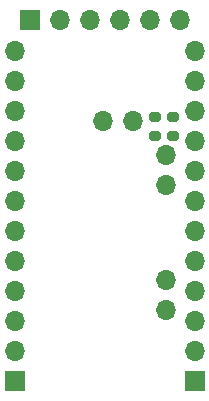
<source format=gbr>
%TF.GenerationSoftware,KiCad,Pcbnew,6.0.11-2627ca5db0~126~ubuntu22.04.1*%
%TF.CreationDate,2023-09-30T14:12:33+02:00*%
%TF.ProjectId,atmega328pb-nano,61746d65-6761-4333-9238-70622d6e616e,rev?*%
%TF.SameCoordinates,Original*%
%TF.FileFunction,Soldermask,Bot*%
%TF.FilePolarity,Negative*%
%FSLAX46Y46*%
G04 Gerber Fmt 4.6, Leading zero omitted, Abs format (unit mm)*
G04 Created by KiCad (PCBNEW 6.0.11-2627ca5db0~126~ubuntu22.04.1) date 2023-09-30 14:12:33*
%MOMM*%
%LPD*%
G01*
G04 APERTURE LIST*
G04 Aperture macros list*
%AMRoundRect*
0 Rectangle with rounded corners*
0 $1 Rounding radius*
0 $2 $3 $4 $5 $6 $7 $8 $9 X,Y pos of 4 corners*
0 Add a 4 corners polygon primitive as box body*
4,1,4,$2,$3,$4,$5,$6,$7,$8,$9,$2,$3,0*
0 Add four circle primitives for the rounded corners*
1,1,$1+$1,$2,$3*
1,1,$1+$1,$4,$5*
1,1,$1+$1,$6,$7*
1,1,$1+$1,$8,$9*
0 Add four rect primitives between the rounded corners*
20,1,$1+$1,$2,$3,$4,$5,0*
20,1,$1+$1,$4,$5,$6,$7,0*
20,1,$1+$1,$6,$7,$8,$9,0*
20,1,$1+$1,$8,$9,$2,$3,0*%
G04 Aperture macros list end*
%ADD10R,1.700000X1.700000*%
%ADD11O,1.700000X1.700000*%
%ADD12RoundRect,0.200000X0.275000X-0.200000X0.275000X0.200000X-0.275000X0.200000X-0.275000X-0.200000X0*%
G04 APERTURE END LIST*
D10*
%TO.C,J2*%
X173250000Y-93625000D03*
D11*
X175790000Y-93625000D03*
X178330000Y-93625000D03*
X180870000Y-93625000D03*
X183410000Y-93625000D03*
X185950000Y-93625000D03*
%TD*%
%TO.C,J12*%
X184750000Y-107600000D03*
X184750000Y-105060000D03*
%TD*%
%TO.C,J14*%
X182020000Y-102225000D03*
X179480000Y-102225000D03*
%TD*%
%TO.C,J13*%
X184800000Y-118175000D03*
X184800000Y-115635000D03*
%TD*%
D10*
%TO.C,J10*%
X172000000Y-124250000D03*
D11*
X172000000Y-121710000D03*
X172000000Y-119170000D03*
X172000000Y-116630000D03*
X172000000Y-114090000D03*
X172000000Y-111550000D03*
X172000000Y-109010000D03*
X172000000Y-106470000D03*
X172000000Y-103930000D03*
X172000000Y-101390000D03*
X172000000Y-98850000D03*
X172000000Y-96310000D03*
%TD*%
D10*
%TO.C,J11*%
X187200000Y-124250000D03*
D11*
X187200000Y-121710000D03*
X187200000Y-119170000D03*
X187200000Y-116630000D03*
X187200000Y-114090000D03*
X187200000Y-111550000D03*
X187200000Y-109010000D03*
X187200000Y-106470000D03*
X187200000Y-103930000D03*
X187200000Y-101390000D03*
X187200000Y-98850000D03*
X187200000Y-96310000D03*
%TD*%
D12*
%TO.C,R13*%
X185350000Y-103500000D03*
X185350000Y-101850000D03*
%TD*%
%TO.C,R12*%
X183850000Y-103500000D03*
X183850000Y-101850000D03*
%TD*%
M02*

</source>
